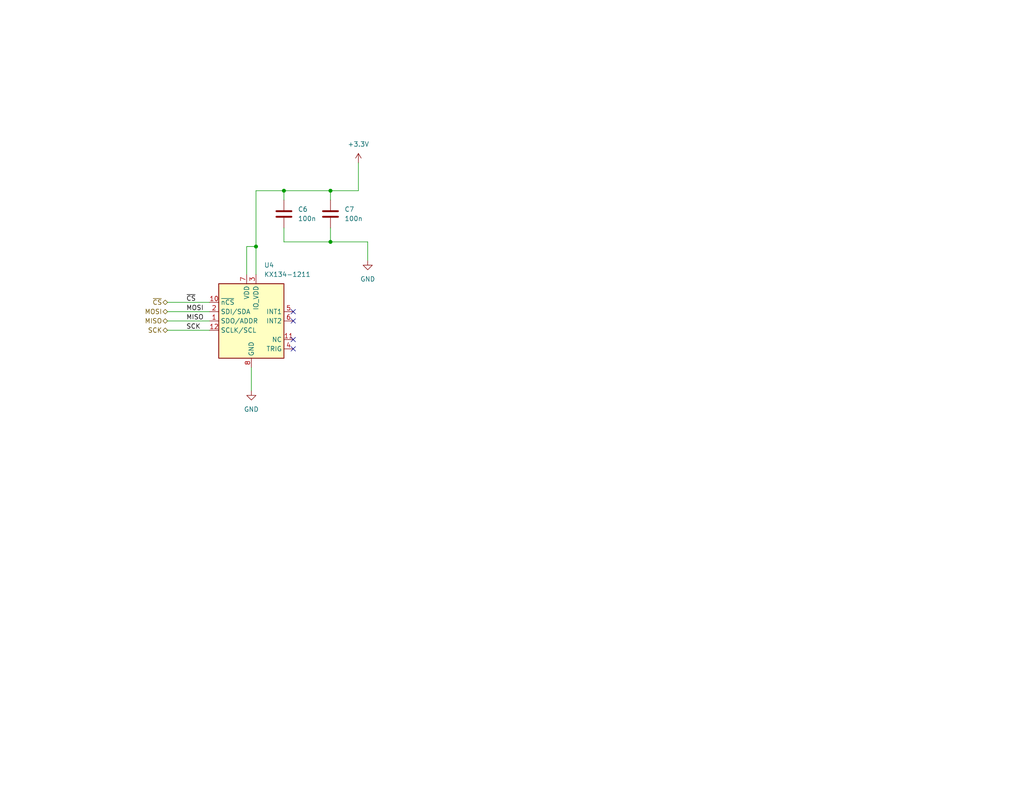
<source format=kicad_sch>
(kicad_sch (version 20230121) (generator eeschema)
  (paper "USLetter")
  (title_block (title "SRAD-FC") (company "Missouri S&T Rocket Design Team"))
  (lib_symbols
    (symbol "Device:C" (pin_numbers hide) (pin_names (offset 0.254))
      (property "Reference" "C" (at 0.635 2.54 0))
      (property "Value" "C" (at 0.635 -2.54 0))
      (symbol "C_0_1"
        (polyline (pts (xy -2.032 -0.762) (xy 2.032 -0.762)) (stroke (width 0.508)))
        (polyline (pts (xy -2.032 0.762) (xy 2.032 0.762)) (stroke (width 0.508)))
      )
      (symbol "C_1_1"
        (pin passive line (at 0 3.81 270) (length 2.794) (name "~") (number "1"))
        (pin passive line (at 0 -3.81 90) (length 2.794) (name "~") (number "2"))
      )
    )
    (symbol "Sensor_Motion:KX122-1042"
      (property "Reference" "U4" (at 4.7341 15.24 0))
      (property "Value" "KX134-1211" (at 4.7341 12.7 0))
      (symbol "KX122-1042_0_1"
        (rectangle (start -7.62 10.16) (end 10.16 -10.16) (stroke (width 0.254)) (fill (type background)))
      )
      (symbol "KX122-1042_1_0"
        (pin power_in line (at 1.27 -12.7 90) (length 2.54) (name "GND") (number "8"))
      )
      (symbol "KX122-1042_1_1"
        (pin bidirectional line (at -10.16 0 0) (length 2.54) (name "SDO/ADDR") (number "1"))
        (pin input line (at -10.16 5.08 0) (length 2.54) (name "~{nCS}") (number "10"))
        (pin passive line (at 12.7 -5.08 180) (length 2.54) (name "NC") (number "11"))
        (pin input line (at -10.16 -2.54 0) (length 2.54) (name "SCLK/SCL") (number "12"))
        (pin bidirectional line (at -10.16 2.54 0) (length 2.54) (name "SDI/SDA") (number "2"))
        (pin power_in line (at 2.54 12.7 270) (length 2.54) (name "IO_VDD") (number "3"))
        (pin input line (at 12.7 -7.62 180) (length 2.54) (name "TRIG") (number "4"))
        (pin output line (at 12.7 2.54 180) (length 2.54) (name "INT1") (number "5"))
        (pin output line (at 12.7 0 180) (length 2.54) (name "INT2") (number "6"))
        (pin power_in line (at 0 12.7 270) (length 2.54) (name "VDD") (number "7"))
        (pin power_in line (at 1.27 -12.7 90) (length 2.54) hide (name "GND") (number "9"))
      )
    )
    (symbol "power:+3.3V" (power) (pin_names (offset 0))
      (property "Value" "+3.3V" (at 0 3.556 0))
      (symbol "+3.3V_0_1"
        (polyline (pts (xy -0.762 1.27) (xy 0 2.54)))
        (polyline (pts (xy 0 0) (xy 0 2.54)))
        (polyline (pts (xy 0 2.54) (xy 0.762 1.27)))
      )
      (symbol "+3.3V_1_1"
        (pin power_in line (at 0 0 90) (length 0) hide (name "+3.3V") (number "1"))
      )
    )
    (symbol "power:GND" (power) (pin_names (offset 0))
      (property "Value" "GND" (at 0 -3.81 0))
      (symbol "GND_0_1"
        (polyline (pts (xy 0 0) (xy 0 -1.27) (xy 1.27 -1.27) (xy 0 -2.54) (xy -1.27 -1.27) (xy 0 -1.27)))
      )
      (symbol "GND_1_1"
        (pin power_in line (at 0 0 270) (length 0) hide (name "GND") (number "1"))
      )
    )
  )
  (junction (at 69.85 67.31))
  (junction (at 90.17 52.07))
  (junction (at 90.17 66.04))
  (junction (at 77.47 52.07))
  (no_connect (at 80.01 92.71))
  (no_connect (at 80.01 95.25))
  (no_connect (at 80.01 87.63))
  (no_connect (at 80.01 85.09))
  (wire (pts (xy 90.17 62.23) (xy 90.17 66.04)))
  (wire (pts (xy 77.47 52.07) (xy 90.17 52.07)))
  (wire (pts (xy 77.47 52.07) (xy 77.47 54.61)))
  (wire (pts (xy 68.58 100.33) (xy 68.58 106.68)))
  (wire (pts (xy 77.47 62.23) (xy 77.47 66.04)))
  (wire (pts (xy 77.47 66.04) (xy 90.17 66.04)))
  (wire (pts (xy 97.79 44.45) (xy 97.79 52.07)))
  (wire (pts (xy 67.31 74.93) (xy 67.31 67.31)))
  (wire (pts (xy 45.72 82.55) (xy 57.15 82.55)))
  (wire (pts (xy 45.72 90.17) (xy 57.15 90.17)))
  (wire (pts (xy 67.31 67.31) (xy 69.85 67.31)))
  (wire (pts (xy 69.85 74.93) (xy 69.85 67.31)))
  (wire (pts (xy 45.72 87.63) (xy 57.15 87.63)))
  (wire (pts (xy 90.17 52.07) (xy 97.79 52.07)))
  (wire (pts (xy 69.85 52.07) (xy 77.47 52.07)))
  (wire (pts (xy 100.33 66.04) (xy 100.33 71.12)))
  (wire (pts (xy 45.72 85.09) (xy 57.15 85.09)))
  (wire (pts (xy 90.17 52.07) (xy 90.17 54.61)))
  (wire (pts (xy 69.85 67.31) (xy 69.85 52.07)))
  (wire (pts (xy 90.17 66.04) (xy 100.33 66.04)))
  (label "~{CS}" (at 50.8 82.55 0))
  (label "SCK" (at 50.8 90.17 0))
  (label "MOSI" (at 50.8 85.09 0))
  (label "MISO" (at 50.8 87.63 0))
  (hierarchical_label "~{CS}" (shape bidirectional) (at 45.72 82.55 180))
  (hierarchical_label "MISO" (shape bidirectional) (at 45.72 87.63 180))
  (hierarchical_label "MOSI" (shape bidirectional) (at 45.72 85.09 180))
  (hierarchical_label "SCK" (shape bidirectional) (at 45.72 90.17 180))
  (symbol (lib_id "power:+3.3V") (at 97.79 44.45 0) (unit 1)
    (property "Reference" "#PWR017" (effects hide))
    (property "Value" "+3.3V" (at 97.79 39.37 0))
  )
  (symbol (lib_id "power:GND") (at 100.33 71.12 0) (unit 1)
    (property "Reference" "#PWR09" (effects hide))
    (property "Value" "GND" (at 100.33 76.2 0))
  )
  (symbol (lib_id "Device:C") (at 90.17 58.42 0) (unit 1)
    (property "Reference" "C7" (at 93.98 57.15 0) (effects (justify left)))
    (property "Value" "100n" (at 93.98 59.69 0) (effects (justify left)))
  )
  (symbol (lib_id "Sensor_Motion:KX122-1042") (at 67.31 87.63 0) (unit 1)
    (property "Reference" "U4" (at 72.0441 72.39 0) (effects (justify left)))
    (property "Value" "KX134-1211" (at 72.0441 74.93 0) (effects (justify left)))
    (property "Footprint" "Package_LGA:LGA-12_2x2mm_P0.5mm" (effects hide))
    (property "Datasheet" "http://kionixfs.kionix.com/en/datasheet/KX112-1042-Specifications-Rev-6.0.pdf" (effects hide))
  )
  (symbol (lib_id "power:GND") (at 68.58 106.68 0) (unit 1)
    (property "Reference" "#PWR08" (effects hide))
    (property "Value" "GND" (at 68.58 111.76 0))
  )
  (symbol (lib_id "Device:C") (at 77.47 58.42 0) (unit 1)
    (property "Reference" "C6" (at 81.28 57.15 0) (effects (justify left)))
    (property "Value" "100n" (at 81.28 59.69 0) (effects (justify left)))
  )
)
</source>
